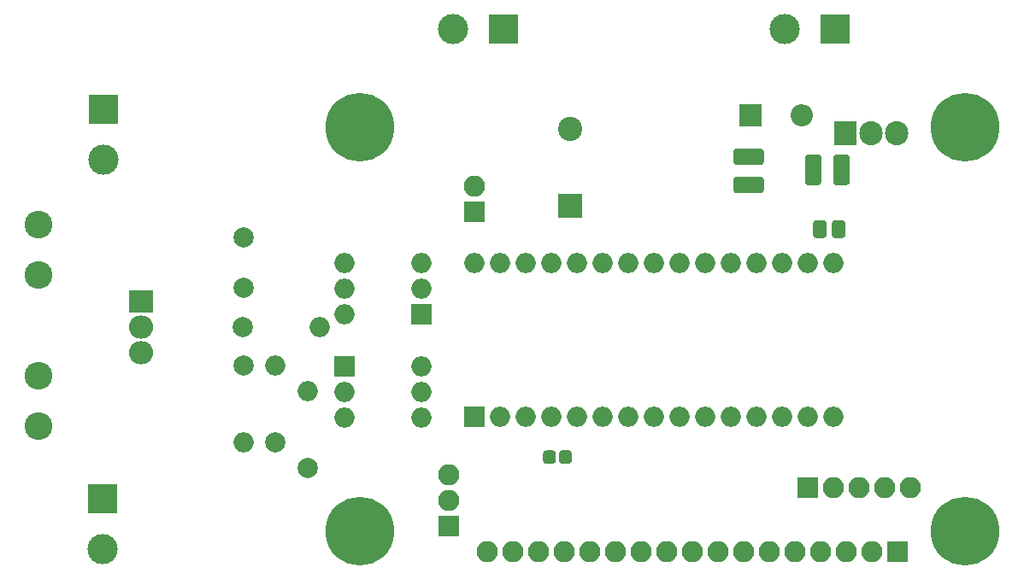
<source format=gbr>
G04 #@! TF.GenerationSoftware,KiCad,Pcbnew,(5.1.6)-1*
G04 #@! TF.CreationDate,2020-09-17T22:28:53+02:00*
G04 #@! TF.ProjectId,arduino_nano_reflow_TRIAC_v1_0,61726475-696e-46f5-9f6e-616e6f5f7265,1.0*
G04 #@! TF.SameCoordinates,Original*
G04 #@! TF.FileFunction,Soldermask,Top*
G04 #@! TF.FilePolarity,Negative*
%FSLAX46Y46*%
G04 Gerber Fmt 4.6, Leading zero omitted, Abs format (unit mm)*
G04 Created by KiCad (PCBNEW (5.1.6)-1) date 2020-09-17 22:28:53*
%MOMM*%
%LPD*%
G01*
G04 APERTURE LIST*
%ADD10C,3.000000*%
%ADD11R,3.000000X3.000000*%
%ADD12O,2.000000X2.000000*%
%ADD13R,2.000000X2.000000*%
%ADD14O,2.200000X2.200000*%
%ADD15R,2.200000X2.200000*%
%ADD16C,2.000000*%
%ADD17O,2.400000X2.305000*%
%ADD18R,2.400000X2.305000*%
%ADD19C,6.800000*%
%ADD20O,2.305000X2.400000*%
%ADD21R,2.305000X2.400000*%
%ADD22C,2.400000*%
%ADD23R,2.400000X2.400000*%
%ADD24O,2.100000X2.100000*%
%ADD25R,2.100000X2.100000*%
%ADD26C,2.750000*%
G04 APERTURE END LIST*
D10*
X178618820Y-63199260D03*
D11*
X183618820Y-63199260D03*
D12*
X183428820Y-86459260D03*
X183428820Y-101699260D03*
X147868820Y-86459260D03*
X180888820Y-101699260D03*
X150408820Y-86459260D03*
X178348820Y-101699260D03*
X152948820Y-86459260D03*
X175808820Y-101699260D03*
X155488820Y-86459260D03*
X173268820Y-101699260D03*
X158028820Y-86459260D03*
X170728820Y-101699260D03*
X160568820Y-86459260D03*
X168188820Y-101699260D03*
X163108820Y-86459260D03*
X165648820Y-101699260D03*
X165648820Y-86459260D03*
X163108820Y-101699260D03*
X168188820Y-86459260D03*
X160568820Y-101699260D03*
X170728820Y-86459260D03*
X158028820Y-101699260D03*
X173268820Y-86459260D03*
X155488820Y-101699260D03*
X175808820Y-86459260D03*
X152948820Y-101699260D03*
X178348820Y-86459260D03*
X150408820Y-101699260D03*
X180888820Y-86459260D03*
D13*
X147868820Y-101699260D03*
D14*
X180298820Y-71799260D03*
D15*
X175218820Y-71799260D03*
D16*
X124985000Y-88925000D03*
X124985000Y-83925000D03*
D12*
X132538820Y-92749260D03*
D16*
X124918820Y-92749260D03*
D12*
X124985000Y-104245000D03*
D16*
X124985000Y-96625000D03*
D12*
X134998820Y-91545000D03*
X142618820Y-86465000D03*
X134998820Y-89005000D03*
X142618820Y-89005000D03*
X134998820Y-86465000D03*
D13*
X142618820Y-91545000D03*
D12*
X142638820Y-96649260D03*
X135018820Y-101729260D03*
X142638820Y-99189260D03*
X135018820Y-99189260D03*
X142638820Y-101729260D03*
D13*
X135018820Y-96649260D03*
D17*
X114823820Y-95339260D03*
X114823820Y-92799260D03*
D18*
X114823820Y-90259260D03*
G36*
G01*
X156243820Y-106030510D02*
X156243820Y-105318010D01*
G75*
G02*
X156562570Y-104999260I318750J0D01*
G01*
X157200070Y-104999260D01*
G75*
G02*
X157518820Y-105318010I0J-318750D01*
G01*
X157518820Y-106030510D01*
G75*
G02*
X157200070Y-106349260I-318750J0D01*
G01*
X156562570Y-106349260D01*
G75*
G02*
X156243820Y-106030510I0J318750D01*
G01*
G37*
G36*
G01*
X154668820Y-106030510D02*
X154668820Y-105318010D01*
G75*
G02*
X154987570Y-104999260I318750J0D01*
G01*
X155625070Y-104999260D01*
G75*
G02*
X155943820Y-105318010I0J-318750D01*
G01*
X155943820Y-106030510D01*
G75*
G02*
X155625070Y-106349260I-318750J0D01*
G01*
X154987570Y-106349260D01*
G75*
G02*
X154668820Y-106030510I0J318750D01*
G01*
G37*
D19*
X196493140Y-72990980D03*
X136493140Y-72990980D03*
X136493140Y-112990980D03*
X196493140Y-112990980D03*
D20*
X189698820Y-73599260D03*
X187158820Y-73599260D03*
D21*
X184618820Y-73599260D03*
D12*
X128160000Y-96625000D03*
D16*
X128160000Y-104245000D03*
D12*
X131335000Y-99165000D03*
D16*
X131335000Y-106785000D03*
D22*
X157370000Y-73150000D03*
D23*
X157370000Y-80750000D03*
G36*
G01*
X183268820Y-83630510D02*
X183268820Y-82518010D01*
G75*
G02*
X183612570Y-82174260I343750J0D01*
G01*
X184300070Y-82174260D01*
G75*
G02*
X184643820Y-82518010I0J-343750D01*
G01*
X184643820Y-83630510D01*
G75*
G02*
X184300070Y-83974260I-343750J0D01*
G01*
X183612570Y-83974260D01*
G75*
G02*
X183268820Y-83630510I0J343750D01*
G01*
G37*
G36*
G01*
X181393820Y-83630510D02*
X181393820Y-82518010D01*
G75*
G02*
X181737570Y-82174260I343750J0D01*
G01*
X182425070Y-82174260D01*
G75*
G02*
X182768820Y-82518010I0J-343750D01*
G01*
X182768820Y-83630510D01*
G75*
G02*
X182425070Y-83974260I-343750J0D01*
G01*
X181737570Y-83974260D01*
G75*
G02*
X181393820Y-83630510I0J343750D01*
G01*
G37*
G36*
G01*
X176213820Y-76724260D02*
X173823820Y-76724260D01*
G75*
G02*
X173493820Y-76394260I0J330000D01*
G01*
X173493820Y-75404260D01*
G75*
G02*
X173823820Y-75074260I330000J0D01*
G01*
X176213820Y-75074260D01*
G75*
G02*
X176543820Y-75404260I0J-330000D01*
G01*
X176543820Y-76394260D01*
G75*
G02*
X176213820Y-76724260I-330000J0D01*
G01*
G37*
G36*
G01*
X176213820Y-79524260D02*
X173823820Y-79524260D01*
G75*
G02*
X173493820Y-79194260I0J330000D01*
G01*
X173493820Y-78204260D01*
G75*
G02*
X173823820Y-77874260I330000J0D01*
G01*
X176213820Y-77874260D01*
G75*
G02*
X176543820Y-78204260I0J-330000D01*
G01*
X176543820Y-79194260D01*
G75*
G02*
X176213820Y-79524260I-330000J0D01*
G01*
G37*
G36*
G01*
X182243820Y-76004260D02*
X182243820Y-78394260D01*
G75*
G02*
X181913820Y-78724260I-330000J0D01*
G01*
X180923820Y-78724260D01*
G75*
G02*
X180593820Y-78394260I0J330000D01*
G01*
X180593820Y-76004260D01*
G75*
G02*
X180923820Y-75674260I330000J0D01*
G01*
X181913820Y-75674260D01*
G75*
G02*
X182243820Y-76004260I0J-330000D01*
G01*
G37*
G36*
G01*
X185043820Y-76004260D02*
X185043820Y-78394260D01*
G75*
G02*
X184713820Y-78724260I-330000J0D01*
G01*
X183723820Y-78724260D01*
G75*
G02*
X183393820Y-78394260I0J330000D01*
G01*
X183393820Y-76004260D01*
G75*
G02*
X183723820Y-75674260I330000J0D01*
G01*
X184713820Y-75674260D01*
G75*
G02*
X185043820Y-76004260I0J-330000D01*
G01*
G37*
D24*
X191025000Y-108690000D03*
X188485000Y-108690000D03*
X185945000Y-108690000D03*
X183405000Y-108690000D03*
D25*
X180865000Y-108690000D03*
D24*
X149115000Y-115040000D03*
X151655000Y-115040000D03*
X154195000Y-115040000D03*
X156735000Y-115040000D03*
X159275000Y-115040000D03*
X161815000Y-115040000D03*
X164355000Y-115040000D03*
X166895000Y-115040000D03*
X169435000Y-115040000D03*
X171975000Y-115040000D03*
X174515000Y-115040000D03*
X177055000Y-115040000D03*
X179595000Y-115040000D03*
X182135000Y-115040000D03*
X184675000Y-115040000D03*
X187215000Y-115040000D03*
D25*
X189755000Y-115040000D03*
D10*
X110993820Y-114824260D03*
D11*
X110993820Y-109824260D03*
D10*
X111093820Y-76174260D03*
D11*
X111093820Y-71174260D03*
D10*
X145718820Y-63199260D03*
D11*
X150718820Y-63199260D03*
D25*
X147845000Y-81385000D03*
D24*
X147845000Y-78845000D03*
D25*
X145305000Y-112500000D03*
D24*
X145305000Y-109960000D03*
X145305000Y-107420000D03*
D26*
X104663820Y-97639260D03*
X104663820Y-102639260D03*
X104663820Y-87639260D03*
X104663820Y-82639260D03*
M02*

</source>
